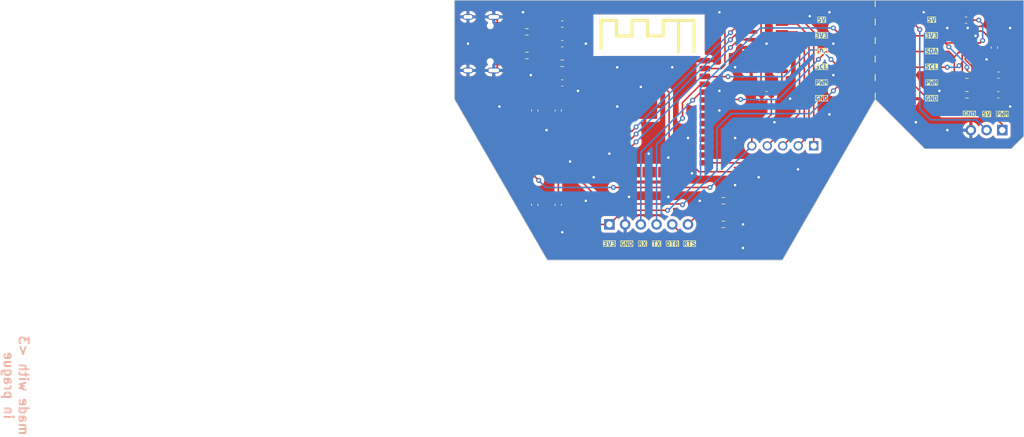
<source format=kicad_pcb>
(kicad_pcb (version 20221018) (generator pcbnew)
  (title_block (title "ISSptr") (date "July 2024") (rev "v1"))
  (layers (0 "F.Cu" signal) (31 "B.Cu" signal) (34 "B.Paste" user) (35 "F.Paste" user) (36 "B.SilkS" user "B.Silkscreen") (37 "F.SilkS" user "F.Silkscreen") (38 "B.Mask" user) (39 "F.Mask" user) (44 "Edge.Cuts" user))
  (net 0 "")
  (net 1 "+5V")
  (net 2 "GND")
  (net 3 "+3.3V")
  (net 4 "Net-(Q1-C)")
  (net 5 "Net-(U3-SETC)")
  (net 6 "Net-(U3-SETP)")
  (net 7 "Net-(U3-C1)")
  (net 8 "Net-(J1-DP1)")
  (net 9 "Net-(J1-DN1)")
  (net 10 "Net-(J1-CC1)")
  (net 13 "Net-(J1-CC2)")
  (net 14 "/ESP32/PROG_RX")
  (net 15 "/ESP32/PROG_TX")
  (net 16 "/ESP32/PROG_DTR")
  (net 17 "/ESP32/PROG_RTS")
  (net 18 "Net-(U4-3C)")
  (net 19 "Net-(U4-4C)")
  (net 20 "Net-(U4-2C)")
  (net 21 "Net-(U4-1C)")
  (net 22 "/ESP32/SERVO")
  (net 23 "/Compass/SDA")
  (net 24 "/Compass/SCL")
  (net 25 "Net-(Q1-B)")
  (net 26 "Net-(Q2-B)")
  (net 27 "Net-(Q2-C)")
  (net 28 "/ESP32/STEPPER_A")
  (net 46 "/ESP32/STEPPER_D")
  (net 47 "/ESP32/STEPPER_C")
  (net 48 "/ESP32/STEPPER_B")
  (footprint "Capacitor_SMD:C_0603_1608Metric" (layer "F.Cu") (at 121.92 76.835)
    (fp_text reference "C6" hide)
    (fp_text value "10uF")
  )
  (footprint "Resistor_SMD:R_0603_1608Metric" (layer "F.Cu") (at 147.955 109.22)
    (fp_text reference "R4" hide)
    (fp_text value "10k")
  )
  (footprint "ESP-WROOM-32:MODULE_ESP-WROOM-32" (layer "F.Cu") (at 135.955 91.015)
    (fp_text reference "U2" hide)
    (fp_text value "ESP-WROOM-32")
  )
  (footprint "Capacitor_SMD:C_0603_1608Metric" (layer "F.Cu") (at 121.92 80.01)
    (fp_text reference "C5" hide)
    (fp_text value "0.1uF")
  )
  (footprint "Custom:SolderPad-6pin" (layer "F.Cu") (at 177.165 82.55)
    (fp_text reference "J6" hide)
    (fp_text value "~" hide)
  )
  (footprint "Package_TO_SOT_SMD:SOT-23" (layer "F.Cu") (at 155.575 104.775)
    (fp_text reference "Q1" hide)
    (fp_text value "BC817")
  )
  (footprint "Custom:SolderPad-6pin" (layer "F.Cu") (at 168.275 82.55)
    (fp_text reference "J5" hide)
    (fp_text value "~" hide)
  )
  (footprint "Package_TO_SOT_SMD:SOT-23" (layer "F.Cu") (at 155.575 110.49)
    (fp_text reference "Q2" hide)
    (fp_text value "BC817")
  )
  (footprint "Capacitor_SMD:C_0603_1608Metric" (layer "F.Cu") (at 121.285 90.805 -90)
    (fp_text reference "C2" hide)
    (fp_text value "100nF")
  )
  (footprint "Capacitor_SMD:C_0603_1608Metric" (layer "F.Cu") (at 117.475 90.805 -90)
    (fp_text reference "C1" hide)
    (fp_text value "10uF")
  )
  (footprint "Connector:JST_B5B-XH-A_LF__SN_" (layer "F.Cu") (at 157.56 95.995)
    (fp_text reference "J3" hide)
    (fp_text value "B5B-XH-A")
  )
  (footprint "Connector_PinHeader_2.54mm:PinHeader_1x06_P2.54mm_Vertical" (layer "F.Cu") (at 129.54 109.22 90)
    (fp_text reference "J2" hide)
    (fp_text value "PROG")
  )
  (footprint "Resistor_SMD:R_0603_1608Metric" (layer "F.Cu") (at 116.205 81.915)
    (fp_text reference "R2" hide)
    (fp_text value "5.1k")
  )
  (footprint "ULN2003AD:SOIC127P600X175-16N" (layer "F.Cu") (at 154.94 80.01)
    (fp_text reference "U4" hide)
    (fp_text value "ULN2003AD")
  )
  (footprint "Resistor_SMD:R_0603_1608Metric" (layer "F.Cu") (at 121.92 83.185)
    (fp_text reference "R3" hide)
    (fp_text value "10k")
  )
  (footprint "Capacitor_SMD:C_0603_1608Metric" (layer "F.Cu") (at 192.405 88.265)
    (fp_text reference "C9" hide)
    (fp_text value "100uF")
  )
  (footprint "Capacitor_SMD:C_0603_1608Metric" (layer "F.Cu") (at 121.92 86.36 180)
    (fp_text reference "C7" hide)
    (fp_text value "10uF")
  )
  (footprint "Capacitor_SMD:C_0603_1608Metric" (layer "F.Cu") (at 117.475 106.045 -90)
    (fp_text reference "C3" hide)
    (fp_text value "100nF")
  )
  (footprint "Capacitor_SMD:C_0603_1608Metric" (layer "F.Cu") (at 187.185 76.2)
    (fp_text reference "C10" hide)
    (fp_text value "0.22uF")
  )
  (footprint "Connector_PinHeader_2.54mm:PinHeader_1x03_P2.54mm_Horizontal" (layer "F.Cu") (at 193.04 93.98 -90)
    (fp_text reference "J4" hide)
    (fp_text value "Servo")
  )
  (footprint "Resistor_SMD:R_0603_1608Metric" (layer "F.Cu") (at 187.325 88.265 180)
    (fp_text reference "R6" hide)
    (fp_text value "4.7k")
  )
  (footprint "Resistor_SMD:R_0603_1608Metric" (layer "F.Cu") (at 147.955 105.41)
    (fp_text reference "R5" hide)
    (fp_text value "10k")
  )
  (footprint "Package_TO_SOT_SMD:SOT-223-3_TabPin2" (layer "F.Cu") (at 118.11 98.425)
    (fp_text reference "U1" hide)
    (fp_text value "AMS1117-3.3")
  )
  (footprint "Capacitor_SMD:C_0603_1608Metric" (layer "F.Cu") (at 191.77 80.645 90)
    (fp_text reference "C11" hide)
    (fp_text value "4.7uF")
  )
  (footprint "Capacitor_SMD:C_0603_1608Metric" (layer "F.Cu") (at 154.94 88.265 180)
    (fp_text reference "C12" hide)
    (fp_text value "100nF")
  )
  (footprint "TYPE-C-31-M-12:HRO_TYPE-C-31-M-12" (layer "F.Cu") (at 106.68 80.01 -90)
    (fp_text reference "J1" hide)
    (fp_text value "TYPE-C-31-M-12")
  )
  (footprint "Capacitor_SMD:C_0603_1608Metric" (layer "F.Cu") (at 192.405 85.09)
    (fp_text reference "C8" hide)
    (fp_text value "10uF")
  )
  (footprint "Resistor_SMD:R_0603_1608Metric" (layer "F.Cu") (at 187.325 85.09 180)
    (fp_text reference "R7" hide)
    (fp_text value "4.7k")
  )
  (footprint "Capacitor_SMD:C_0603_1608Metric" (layer "F.Cu") (at 121.285 106.045 -90)
    (fp_text reference "C4" hide)
    (fp_text value "10uF")
  )
  (footprint "HMC5883L:XDCR_HMC5883L-TR" (layer "F.Cu") (at 187.325 80.645 90)
    (fp_text reference "U3" hide)
    (fp_text value "HMC5883L-TR")
  )
  (footprint "Resistor_SMD:R_0603_1608Metric" (layer "F.Cu") (at 116.205 78.105)
    (fp_text reference "R1" hide)
    (fp_text value "5.1k")
  )
  (gr_line (start 172.5 76) (end 172.5 77) (stroke (width 0.15)) (layer "F.SilkS"))
  (gr_line (start 172.5 82) (end 172.5 83) (stroke (width 0.15)) (layer "F.SilkS"))
  (gr_line (start 172.5 73.15) (end 172.5 74) (stroke (width 0.15)) (layer "F.SilkS"))
  (gr_line (start 172.5 88) (end 172.5 88.85) (stroke (width 0.15)) (layer "F.SilkS"))
  (gr_line (start 172.5 85) (end 172.5 86) (stroke (width 0.15)) (layer "F.SilkS"))
  (gr_line (start 172.5 79) (end 172.5 80) (stroke (width 0.15)) (layer "F.SilkS"))
  (gr_line (start 104.5 73) (end 104.5 89) (stroke (width 0.1)) (layer "Edge.Cuts"))
  (gr_line (start 172.5 89) (end 157.5 115) (stroke (width 0.1)) (layer "Edge.Cuts"))
  (gr_line (start 196.5 95) (end 194.5 97) (stroke (width 0.1)) (layer "Edge.Cuts"))
  (gr_line (start 104.5 73) (end 172.5 73) (stroke (width 0.1)) (layer "Edge.Cuts"))
  (gr_line (start 172.5 89) (end 180.5 97) (stroke (width 0.1)) (layer "Edge.Cuts"))
  (gr_line (start 172.5 73) (end 196.5 73) (stroke (width 0.1)) (layer "Edge.Cuts"))
  (gr_line (start 119.5 115) (end 157.5 115) (stroke (width 0.1)) (layer "Edge.Cuts"))
  (gr_line (start 196.5 73) (end 196.5 95) (stroke (width 0.1)) (layer "Edge.Cuts"))
  (gr_line (start 180.5 97) (end 194.5 97) (stroke (width 0.1)) (layer "Edge.Cuts"))
  (gr_line (start 104.5 89) (end 119.5 115) (stroke (width 0.1)) (layer "Edge.Cuts"))
  (gr_text "made with <3\nin prague" (at 33.655 135.255 270) (layer "B.SilkS") (effects (font (size 1.5 1.5) (thickness 0.3) bold) (justify mirror)))
  (gr_text "DTR" (at 139.7 112.395) (layer "F.SilkS" knockout) (effects (font (size 0.8 0.8) (thickness 0.16) bold)))
  (gr_text "5V" (at 181.61 76.2) (layer "F.SilkS" knockout) (effects (font (size 0.8 0.8) (thickness 0.16) bold)))
  (gr_text "PWM" (at 193.04 91.44) (layer "F.SilkS" knockout) (effects (font (size 0.8 0.8) (thickness 0.16) bold)))
  (gr_text "5V" (at 163.83 76.2) (layer "F.SilkS" knockout) (effects (font (size 0.8 0.8) (thickness 0.16) bold)))
  (gr_text "PWM" (at 163.83 86.36) (layer "F.SilkS" knockout) (effects (font (size 0.8 0.8) (thickness 0.16) bold)))
  (gr_text "3V3" (at 181.61 78.74) (layer "F.SilkS" knockout) (effects (font (size 0.8 0.8) (thickness 0.16) bold)))
  (gr_text "PWM" (at 181.61 86.36) (layer "F.SilkS" knockout) (effects (font (size 0.8 0.8) (thickness 0.16) bold)))
  (gr_text "GND" (at 163.83 88.9) (layer "F.SilkS" knockout) (effects (font (size 0.8 0.8) (thickness 0.16) bold)))
  (gr_text "RTS" (at 142.494 112.395) (layer "F.SilkS" knockout) (effects (font (size 0.8 0.8) (thickness 0.16) bold)))
  (gr_text "GND" (at 132.334 112.395) (layer "F.SilkS" knockout) (effects (font (size 0.8 0.8) (thickness 0.16) bold)))
  (gr_text "SCL" (at 163.83 83.82) (layer "F.SilkS" knockout) (effects (font (size 0.8 0.8) (thickness 0.16) bold)))
  (gr_text "SDA" (at 181.61 81.28) (layer "F.SilkS" knockout) (effects (font (size 0.8 0.8) (thickness 0.16) bold)))
  (gr_text "SCL" (at 181.61 83.82) (layer "F.SilkS" knockout) (effects (font (size 0.8 0.8) (thickness 0.16) bold)))
  (gr_text "SDA" (at 163.83 81.28) (layer "F.SilkS" knockout) (effects (font (size 0.8 0.8) (thickness 0.16) bold)))
  (gr_text "GND" (at 187.706 91.44) (layer "F.SilkS" knockout) (effects (font (size 0.8 0.8) (thickness 0.16) bold)))
  (gr_text "3V3" (at 129.54 112.395) (layer "F.SilkS" knockout) (effects (font (size 0.8 0.8) (thickness 0.16) bold)))
  (gr_text "RX" (at 134.874 112.395) (layer "F.SilkS" knockout) (effects (font (size 0.8 0.8) (thickness 0.16) bold)))
  (gr_text "3V3" (at 163.83 78.74) (layer "F.SilkS" knockout) (effects (font (size 0.8 0.8) (thickness 0.16) bold)))
  (gr_text "TX" (at 137.16 112.395) (layer "F.SilkS" knockout) (effects (font (size 0.8 0.8) (thickness 0.16) bold)))
  (gr_text "5V" (at 190.5 91.44) (layer "F.SilkS" knockout) (effects (font (size 0.8 0.8) (thickness 0.16) bold)))
  (gr_text "GND" (at 181.61 88.9) (layer "F.SilkS" knockout) (effects (font (size 0.8 0.8) (thickness 0.16) bold)))
  (segment (start 109.474 78.994) (end 110.858 77.61) (width 0.25) (layer "F.Cu") (net 1))
  (segment (start 155.051 74.5) (end 154.051 75.5) (width 0.25) (layer "F.Cu") (net 1))
  (segment (start 165.1 76.2) (end 163.4 74.5) (width 0.25) (layer "F.Cu") (net 1))
  (segment (start 152.56 94.582) (end 155.715 91.427) (width 0.25) (layer "F.Cu") (net 1))
  (segment (start 111.43 82.41) (end 110.858 82.41) (width 0.25) (layer "F.Cu") (net 1))
  (segment (start 155.715 88.265) (end 157.415 86.565) (width 0.25) (layer "F.Cu") (net 1))
  (segment (start 121.285 90.03) (end 117.475 90.03) (width 0.25) (layer "F.Cu") (net 1))
  (segment (start 112.903 94.602) (end 117.475 90.03) (width 0.25) (layer "F.Cu") (net 1))
  (segment (start 157.415 86.565) (end 157.415 84.455) (width 0.25) (layer "F.Cu") (net 1))
  (segment (start 109.474 81.026) (end 109.474 78.994) (width 0.25) (layer "F.Cu") (net 1))
  (segment (start 112.903 99.441) (end 112.903 94.602) (width 0.25) (layer "F.Cu") (net 1))
  (segment (start 110.858 82.41) (end 109.474 81.026) (width 0.25) (layer "F.Cu") (net 1))
  (segment (start 152.56 96.52) (end 152.56 94.582) (width 0.25) (layer "F.Cu") (net 1))
  (segment (start 154.051 86.601) (end 155.715 88.265) (width 0.25) (layer "F.Cu") (net 1))
  (segment (start 114.96 100.725) (end 114.187 100.725) (width 0.25) (layer "F.Cu") (net 1))
  (segment (start 113.608 86.163) (end 117.475 90.03) (width 0.25) (layer "F.Cu") (net 1))
  (segment (start 116.727 100.725) (end 114.96 100.725) (width 0.25) (layer "F.Cu") (net 1))
  (segment (start 110.858 77.61) (end 111.43 77.61) (width 0.25) (layer "F.Cu") (net 1))
  (segment (start 178.181 76.2) (end 177.165 76.2) (width 0.25) (layer "F.Cu") (net 1))
  (segment (start 163.4 74.5) (end 155.051 74.5) (width 0.25) (layer "F.Cu") (net 1))
  (segment (start 168.275 76.2) (end 177.165 76.2) (width 0.25) (layer "F.Cu") (net 1))
  (segment (start 108.585 84.963) (end 109.785 86.163) (width 0.25) (layer "F.Cu") (net 1))
  (segment (start 154.051 75.5) (end 154.051 86.601) (width 0.25) (layer "F.Cu") (net 1))
  (segment (start 108.585 79.883) (end 108.585 84.963) (width 0.25) (layer "F.Cu") (net 1))
  (segment (start 155.715 91.427) (end 155.715 88.265) (width 0.25) (layer "F.Cu") (net 1))
  (segment (start 179.705 77.724) (end 178.181 76.2) (width 0.25) (layer "F.Cu") (net 1))
  (segment (start 114.187 100.725) (end 112.903 99.441) (width 0.25) (layer "F.Cu") (net 1))
  (segment (start 109.474 78.994) (end 108.585 79.883) (width 0.25) (layer "F.Cu") (net 1))
  (segment (start 109.785 86.163) (end 113.608 86.163) (width 0.25) (layer "F.Cu") (net 1))
  (segment (start 118.11 102.108) (end 116.727 100.725) (width 0.25) (layer "F.Cu") (net 1))
  (segment (start 145.796 103.251) (end 130.175 103.251) (width 0.25) (layer "F.Cu") (net 1))
  (segment (start 168.275 76.2) (end 165.1 76.2) (width 0.25) (layer "F.Cu") (net 1))
  (via (at 179.705 77.724) (size 0.8) (drill 0.4) (layers "F.Cu" "B.Cu") (net 1))
  (via (at 145.796 103.251) (size 0.8) (drill 0.4) (layers "F.Cu" "B.Cu") (net 1))
  (via (at 130.175 103.251) (size 0.8) (drill 0.4) (layers "F.Cu" "B.Cu") (net 1))
  (via (at 118.11 102.108) (size 0.8) (drill 0.4) (layers "F.Cu" "B.Cu") (net 1))
  (segment (start 184.785 92.329) (end 181.483 92.329) (width 0.25) (layer "B.Cu") (net 1))
  (segment (start 119.253 103.251) (end 118.11 102.108) (width 0.25) (layer "B.Cu") (net 1))
  (segment (start 179.705 90.551) (end 179.705 77.724) (width 0.25) (layer "B.Cu") (net 1))
  (segment (start 152.56 96.52) (end 145.829 103.251) (width 0.25) (layer "B.Cu") (net 1))
  (segment (start 145.829 103.251) (end 145.796 103.251) (width 0.25) (layer "B.Cu") (net 1))
  (segment (start 188.849 92.329) (end 184.785 92.329) (width 0.25) (layer "B.Cu") (net 1))
  (segment (start 181.483 92.329) (end 179.705 90.551) (width 0.25) (layer "B.Cu") (net 1))
  (segment (start 190.5 93.98) (end 188.849 92.329) (width 0.25) (layer "B.Cu") (net 1))
  (segment (start 130.175 103.251) (end 119.253 103.251) (width 0.25) (layer "B.Cu") (net 1))
  (segment (start 111.43 83.755) (end 110.85 84.335) (width 0.25) (layer "F.Cu") (net 2))
  (segment (start 187.075 77.847) (end 187.452 77.47) (width 0.25) (layer "F.Cu") (net 2))
  (segment (start 111.43 76.81) (end 111.43 76.265) (width 0.25) (layer "F.Cu") (net 2))
  (segment (start 188.092 79.37) (end 188.722 78.74) (width 0.25) (layer "F.Cu") (net 2))
  (segment (start 111.43 76.265) (end 110.85 75.685) (width 0.25) (layer "F.Cu") (net 2))
  (segment (start 187.075 79.37) (end 187.075 77.847) (width 0.25) (layer "F.Cu") (net 2))
  (segment (start 111.43 83.21) (end 111.43 83.755) (width 0.25) (layer "F.Cu") (net 2))
  (segment (start 188.075 79.37) (end 188.092 79.37) (width 0.25) (layer "F.Cu") (net 2))
  (via (at 149.86 95.25) (size 0.8) (drill 0.4) (layers "F.Cu" "B.Cu") (net 2))
  (via (at 130.81 83.82) (size 0.8) (drill 0.4) (layers "F.Cu" "B.Cu") (net 2))
  (via (at 184.15 77.47) (size 0.8) (drill 0.4) (layers "F.Cu" "B.Cu") (net 2))
  (via (at 179.07 92.71) (size 0.8) (drill 0.4) (layers "F.Cu" "B.Cu") (net 2))
  (via (at 144.145 105.41) (size 0.8) (drill 0.4) (layers "F.Cu" "B.Cu") (net 2))
  (via (at 161.925 75.565) (size 0.8) (drill 0.4) (layers "F.Cu" "B.Cu") (net 2))
  (via (at 165.1 74.93) (size 0.8) (drill 0.4) (layers "F.Cu" "B.Cu") (net 2))
  (via (at 142.875 100.965) (size 0.8) (drill 0.4) (layers "F.Cu" "B.Cu") (net 2))
  (via (at 149.86 83.82) (size 0.8) (drill 0.4) (layers "F.Cu" "B.Cu") (net 2))
  (via (at 165.735 85.09) (size 0.8) (drill 0.4) (layers "F.Cu" "B.Cu") (net 2))
  (via (at 147.32 90.805) (size 0.8) (drill 0.4) (layers "F.Cu" "B.Cu") (net 2))
  (via (at 125.73 80.01) (size 0.8) (drill 0.4) (layers "F.Cu" "B.Cu") (net 2))
  (via (at 188.722 78.74) (size 0.8) (drill 0.4) (layers "F.Cu" "B.Cu") (net 2))
  (via (at 132.715 104.775) (size 0.8) (drill 0.4) (layers "F.Cu" "B.Cu") (net 2))
  (via (at 180.34 74.93) (size 0.8) (drill 0.4) (layers "F.Cu" "B.Cu") (net 2))
  (via (at 194.31 90.17) (size 0.8) (drill 0.4) (layers "F.Cu" "B.Cu") (net 2))
  (via (at 149.86 102.87) (size 0.8) (drill 0.4) (layers "F.Cu" "B.Cu") (net 2))
  (via (at 165.735 80.01) (size 0.8) (drill 0.4) (layers "F.Cu" "B.Cu") (net 2))
  (via (at 151.13 113.03) (size 0.8) (drill 0.4) (layers "F.Cu" "B.Cu") (net 2))
  (via (at 165.1 91.44) (size 0.8) (drill 0.4) (layers "F.Cu" "B.Cu") (net 2))
  (via (at 119.38 93.98) (size 0.8) (drill 0.4) (layers "F.Cu" "B.Cu") (net 2))
  (via (at 123.19 99.06) (size 0.8) (drill 0.4) (layers "F.Cu" "B.Cu") (net 2))
  (via (at 125.73 105.41) (size 0.8) (drill 0.4) (layers "F.Cu" "B.Cu") (net 2))
  (via (at 134.62 86.995) (size 0.8) (drill 0.4) (layers "F.Cu" "B.Cu") (net 2))
  (via (at 129.54 97.79) (size 0.8) (drill 0.4) (layers "F.Cu" "B.Cu") (net 2))
  (via (at 190.5 82.55) (size 0.8) (drill 0.4) (layers "F.Cu" "B.Cu") (net 2))
  (via (at 160.02 100.33) (size 0.8) (drill 0.4) (layers "F.Cu" "B.Cu") (net 2))
  (via (at 135.89 97.79) (size 0.8) (drill 0.4) (layers "F.Cu" "B.Cu") (net 2))
  (via (at 139.065 104.775) (size 0.8) (drill 0.4) (layers "F.Cu" "B.Cu") (net 2))
  (via (at 156.21 92.71) (size 0.8) (drill 0.4) (layers "F.Cu" "B.Cu") (net 2))
  (via (at 187.452 77.47) (size 0.8) (drill 0.4) (layers "F.Cu" "B.Cu") (net 2))
  (via (at 139.7 83.82) (size 0.8) (drill 0.4) (layers "F.Cu" "B.Cu") (net 2))
  (via (at 130.81 90.17) (size 0.8) (drill 0.4) (layers "F.Cu" "B.Cu") (net 2))
  (via (at 139.065 98.425) (size 0.8) (drill 0.4) (layers "F.Cu" "B.Cu") (net 2))
  (via (at 184.15 93.98) (size 0.8) (drill 0.4) (layers "F.Cu" "B.Cu") (net 2))
  (via (at 116.84 85.09) (size 0.8) (drill 0.4) (layers "F.Cu" "B.Cu") (net 2))
  (via (at 111.76 90.17) (size 0.8) (drill 0.4) (layers "F.Cu" "B.Cu") (net 2))
  (via (at 127 101.6) (size 0.8) (drill 0.4) (layers "F.Cu" "B.Cu") (net 2))
  (via (at 115.57 74.93) (size 0.8) (drill 0.4) (layers "F.Cu" "B.Cu") (net 2))
  (via (at 124.46 87.63) (size 0.8) (drill 0.4) (layers "F.Cu" "B.Cu") (net 2))
  (via (at 147.32 87.63) (size 0.8) (drill 0.4) (layers "F.Cu" "B.Cu") (net 2))
  (via (at 147.32 74.93) (size 0.8) (drill 0.4) (layers "F.Cu" "B.Cu") (net 2))
  (via (at 182.88 87.63) (size 0.8) (drill 0.4) (layers "F.Cu" "B.Cu") (net 2))
  (via (at 158.75 88.9) (size 0.8) (drill 0.4) (layers "F.Cu" "B.Cu") (net 2))
  (via (at 151.13 109.22) (size 0.8) (drill 0.4) (layers "F.Cu" "B.Cu") (net 2))
  (via (at 154.94 80.01) (size 0.8) (drill 0.4) (layers "F.Cu" "B.Cu") (net 2))
  (via (at 121.92 110.49) (size 0.8) (drill 0.4) (layers "F.Cu" "B.Cu") (net 2))
  (via (at 106.68 80.01) (size 0.8) (drill 0.4) (layers "F.Cu" "B.Cu") (net 2))
  (via (at 142.24 95.25) (size 0.8) (drill 0.4) (layers "F.Cu" "B.Cu") (net 2))
  (via (at 194.31 77.47) (size 0.8) (drill 0.4) (layers "F.Cu" "B.Cu") (net 2))
  (via (at 153.67 101.6) (size 0.8) (drill 0.4) (layers "F.Cu" "B.Cu") (net 2))
  (segment (start 126.955 84.03) (end 125.165 84.03) (width 0.25) (layer "F.Cu") (net 3))
  (segment (start 114.96 98.425) (end 121.26 98.425) (width 0.25) (layer "F.Cu") (net 3))
  (segment (start 138.938 106.934) (end 131.826 106.934) (width 0.25) (layer "F.Cu") (net 3))
  (segment (start 167.005 78.74) (end 165.735 77.47) (width 0.25) (layer "F.Cu") (net 3))
  (segment (start 119.507 87.376) (end 120.65 88.519) (width 0.25) (layer "F.Cu") (net 3))
  (segment (start 117.475 105.27) (end 121.285 105.27) (width 0.25) (layer "F.Cu") (net 3))
  (segment (start 188.15 83.693) (end 188.15 81.995) (width 0.25) (layer "F.Cu") (net 3))
  (segment (start 120.65 88.519) (end 122.428 88.519) (width 0.25) (layer "F.Cu") (net 3))
  (segment (start 123.444 89.535) (end 123.444 96.241) (width 0.25) (layer "F.Cu") (net 3))
  (segment (start 121.095 83.185) (end 119.507 84.773) (width 0.25) (layer "F.Cu") (net 3))
  (segment (start 186.05 79.895) (end 183.781 79.895) (width 0.25) (layer "F.Cu") (net 3))
  (segment (start 187.075 82.618) (end 188.15 83.693) (width 0.25) (layer "F.Cu") (net 3))
  (segment (start 122.428 88.519) (end 123.444 89.535) (width 0.25) (layer "F.Cu") (net 3))
  (segment (start 187.075 81.92) (end 187.075 82.618) (width 0.25) (layer "F.Cu") (net 3))
  (segment (start 121.145 80.01) (end 121.145 83.135) (width 0.25) (layer "F.Cu") (net 3))
  (segment (start 183.781 79.895) (end 182.626 78.74) (width 0.25) (layer "F.Cu") (net 3))
  (segment (start 177.165 78.74) (end 168.275 78.74) (width 0.25) (layer "F.Cu") (net 3))
  (segment (start 183.781 79.895) (end 184.404 80.518) (width 0.25) (layer "F.Cu") (net 3))
  (segment (start 125.165 84.03) (end 121.145 80.01) (width 0.25) (layer "F.Cu") (net 3))
  (segment (start 188.15 81.995) (end 188.075 81.92) (width 0.25) (layer "F.Cu") (net 3))
  (segment (start 187.325 84.265) (end 188.15 85.09) (width 0.25) (layer "F.Cu") (net 3))
  (segment (start 125.235 109.22) (end 121.285 105.27) (width 0.25) (layer "F.Cu") (net 3))
  (segment (start 187.325 83.82) (end 187.325 84.265) (width 0.25) (layer "F.Cu") (net 3))
  (segment (start 189.547 85.09) (end 188.15 83.693) (width 0.25) (layer "F.Cu") (net 3))
  (segment (start 191.63 85.09) (end 189.547 85.09) (width 0.25) (layer "F.Cu") (net 3))
  (segment (start 121.285 105.27) (end 121.285 98.45) (width 0.25) (layer "F.Cu") (net 3))
  (segment (start 121.285 98.45) (end 121.26 98.425) (width 0.25) (layer "F.Cu") (net 3))
  (segment (start 131.826 106.934) (end 129.54 109.22) (width 0.25) (layer "F.Cu") (net 3))
  (segment (start 191.63 85.09) (end 191.63 88.265) (width 0.25) (layer "F.Cu") (net 3))
  (segment (start 182.626 78.74) (end 177.165 78.74) (width 0.25) (layer "F.Cu") (net 3))
  (segment (start 129.54 109.22) (end 125.235 109.22) (width 0.25) (layer "F.Cu") (net 3))
  (segment (start 188.15 85.09) (end 188.15 83.693) (width 0.25) (layer "F.Cu") (net 3))
  (segment (start 188.15 85.09) (end 188.15 88.265) (width 0.25) (layer "F.Cu") (net 3))
  (segment (start 168.275 78.74) (end 167.005 78.74) (width 0.25) (layer "F.Cu") (net 3))
  (segment (start 123.444 96.241) (end 121.26 98.425) (width 0.25) (layer "F.Cu") (net 3))
  (segment (start 121.145 83.135) (end 121.095 83.185) (width 0.25) (layer "F.Cu") (net 3))
  (segment (start 121.145 76.835) (end 121.145 80.01) (width 0.25) (layer "F.Cu") (net 3))
  (segment (start 119.507 84.773) (end 119.507 87.376) (width 0.25) (layer "F.Cu") (net 3))
  (via (at 165.735 77.47) (size 0.8) (drill 0.4) (layers "F.Cu" "B.Cu") (net 3))
  (via (at 184.404 80.518) (size 0.8) (drill 0.4) (layers "F.Cu" "B.Cu") (net 3))
  (via (at 138.938 106.934) (size 0.8) (drill 0.4) (layers "F.Cu" "B.Cu") (net 3))
  (via (at 187.325 83.82) (size 0.8) (drill 0.4) (layers "F.Cu" "B.Cu") (net 3))
  (segment (start 144.272 92.075) (end 144.272 101.727) (width 0.25) (layer "B.Cu") (net 3))
  (segment (start 184.404 80.518) (end 187.325 83.439) (width 0.25) (layer "B.Cu") (net 3))
  (segment (start 147.32 84.074) (end 144.272 87.122) (width 0.25) (layer "B.Cu") (net 3))
  (segment (start 153.924 77.47) (end 147.32 84.074) (width 0.25) (layer "B.Cu") (net 3))
  (segment (start 165.735 77.47) (end 153.924 77.47) (width 0.25) (layer "B.Cu") (net 3))
  (segment (start 139.065 106.934) (end 138.938 106.934) (width 0.25) (layer "B.Cu") (net 3))
  (segment (start 187.325 83.439) (end 187.325 83.82) (width 0.25) (layer "B.Cu") (net 3))
  (segment (start 144.272 101.727) (end 139.065 106.934) (width 0.25) (layer "B.Cu") (net 3))
  (segment (start 144.272 87.122) (end 144.272 92.075) (width 0.25) (layer "B.Cu") (net 3))
  (segment (start 122.745 83.185) (end 122.745 86.31) (width 0.25) (layer "F.Cu") (net 4))
  (segment (start 124.86 85.3) (end 122.745 83.185) (width 0.25) (layer "F.Cu") (net 4))
  (segment (start 126.955 85.3) (end 124.86 85.3) (width 0.25) (layer "F.Cu") (net 4))
  (segment (start 153.543 104.775) (end 149.479 100.711) (width 0.25) (layer "F.Cu") (net 4))
  (segment (start 136.608 85.3) (end 126.955 85.3) (width 0.25) (layer "F.Cu") (net 4))
  (segment (start 122.745 86.31) (end 122.695 86.36) (width 0.25) (layer "F.Cu") (net 4))
  (segment (start 139.192 95.885) (end 139.192 87.884) (width 0.25) (layer "F.Cu") (net 4))
  (segment (start 139.192 87.884) (end 136.608 85.3) (width 0.25) (layer "F.Cu") (net 4))
  (segment (start 144.018 100.711) (end 139.192 95.885) (width 0.25) (layer "F.Cu") (net 4))
  (segment (start 156.5125 104.775) (end 153.543 104.775) (width 0.25) (layer "F.Cu") (net 4))
  (segment (start 149.479 100.711) (end 144.018 100.711) (width 0.25) (layer "F.Cu") (net 4))
  (segment (start 186.575 79.37) (end 186.41 79.205) (width 0.25) (layer "F.Cu") (net 5))
  (segment (start 186.41 79.205) (end 186.41 76.2) (width 0.25) (layer "F.Cu") (net 5))
  (segment (start 188.6 79.895) (end 189.472 79.895) (width 0.25) (layer "F.Cu") (net 6))
  (segment (start 189.23 76.2) (end 187.96 76.2) (width 0.25) (layer "F.Cu") (net 6))
  (segment (start 189.472 79.895) (end 189.865 79.502) (width 0.25) (layer "F.Cu") (net 6))
  (via (at 189.865 79.502) (size 0.8) (drill 0.4) (layers "F.Cu" "B.Cu") (net 6))
  (via (at 189.23 76.2) (size 0.8) (drill 0.4) (layers "F.Cu" "B.Cu") (net 6))
  (segment (start 189.865 76.835) (end 189.23 76.2) (width 0.25) (layer "B.Cu") (net 6))
  (segment (start 189.865 79.502) (end 189.865 76.835) (width 0.25) (layer "B.Cu") (net 6))
  (segment (start 187.579 78.613) (end 187.579 79.366) (width 0.25) (layer "F.Cu") (net 7))
  (segment (start 187.579 79.366) (end 187.575 79.37) (width 0.25) (layer "F.Cu") (net 7))
  (segment (start 191.77 79.87) (end 189.878 77.978) (width 0.25) (layer "F.Cu") (net 7))
  (segment (start 189.878 77.978) (end 188.214 77.978) (width 0.25) (layer "F.Cu") (net 7))
  (segment (start 188.214 77.978) (end 187.579 78.613) (width 0.25) (layer "F.Cu") (net 7))
  (segment (start 111.43 79.76) (end 110.359 79.76) (width 0.25) (layer "F.Cu") (net 8))
  (segment (start 110.359 79.76) (end 110.109 80.01) (width 0.25) (layer "F.Cu") (net 8))
  (segment (start 110.109 80.518) (end 110.351 80.76) (width 0.25) (layer "F.Cu") (net 8))
  (segment (start 110.351 80.76) (end 111.43 80.76) (width 0.25) (layer "F.Cu") (net 8))
  (segment (start 110.109 80.01) (end 110.109 80.518) (width 0.25) (layer "F.Cu") (net 8))
  (segment (start 112.776 80.01) (end 112.776 79.502) (width 0.25) (layer "F.Cu") (net 9))
  (segment (start 112.526 80.26) (end 112.776 80.01) (width 0.25) (layer "F.Cu") (net 9))
  (segment (start 111.43 80.26) (end 112.526 80.26) (width 0.25) (layer "F.Cu") (net 9))
  (segment (start 112.776 79.502) (end 112.534 79.26) (width 0.25) (layer "F.Cu") (net 9))
  (segment (start 112.534 79.26) (end 111.43 79.26) (width 0.25) (layer "F.Cu") (net 9))
  (segment (start 111.43 78.76) (end 114.725 78.76) (width 0.25) (layer "F.Cu") (net 10))
  (segment (start 114.725 78.76) (end 115.38 78.105) (width 0.25) (layer "F.Cu") (net 10))
  (segment (start 115.225 81.76) (end 115.38 81.915) (width 0.25) (layer "F.Cu") (net 13))
  (segment (start 111.43 81.76) (end 115.225 81.76) (width 0.25) (layer "F.Cu") (net 13))
  (segment (start 144.316 87.84) (end 144.955 87.84) (width 0.25) (layer "F.Cu") (net 14))
  (segment (start 143.002 89.154) (end 144.316 87.84) (width 0.25) (layer "F.Cu") (net 14))
  (via (at 143.002 89.154) (size 0.8) (drill 0.4) (layers "F.Cu" "B.Cu") (net 14))
  (segment (start 134.62 97.536) (end 143.002 89.154) (width 0.25) (layer "B.Cu") (net 14))
  (segment (start 134.62 109.22) (end 134.62 97.536) (width 0.25) (layer "B.Cu") (net 14))
  (segment (start 141.351 89.535) (end 144.316 86.57) (width 0.25) (layer "F.Cu") (net 15))
  (segment (start 144.316 86.57) (end 144.955 86.57) (width 0.25) (layer "F.Cu") (net 15))
  (segment (start 141.351 92.075) (end 141.351 89.535) (width 0.25) (layer "F.Cu") (net 15))
  (via (at 141.351 92.075) (size 0.8) (drill 0.4) (layers "F.Cu" "B.Cu") (net 15))
  (segment (start 137.16 96.266) (end 141.351 92.075) (width 0.25) (layer "B.Cu") (net 15))
  (segment (start 137.16 109.22) (end 137.16 96.266) (width 0.25) (layer "B.Cu") (net 15))
  (segment (start 154.1955 110.998) (end 154.6375 111.44) (width 0.25) (layer "F.Cu") (net 16))
  (segment (start 145.352 110.998) (end 154.1955 110.998) (width 0.25) (layer "F.Cu") (net 16))
  (segment (start 145.352 110.998) (end 147.13 109.22) (width 0.25) (layer "F.Cu") (net 16))
  (segment (start 139.7 109.22) (end 141.478 110.998) (width 0.25) (layer "F.Cu") (net 16))
  (segment (start 141.478 110.998) (end 145.352 110.998) (width 0.25) (layer "F.Cu") (net 16))
  (segment (start 153.477 105.725) (end 151.511 103.759) (width 0.25) (layer "F.Cu") (net 17))
  (segment (start 151.511 103.759) (end 147.701 103.759) (width 0.25) (layer "F.Cu") (net 17))
  (segment (start 146.05 105.41) (end 147.701 103.759) (width 0.25) (layer "F.Cu") (net 17))
  (segment (start 142.24 109.22) (end 146.05 105.41) (width 0.25) (layer "F.Cu") (net 17))
  (segment (start 146.05 105.41) (end 147.13 105.41) (width 0.25) (layer "F.Cu") (net 17))
  (segment (start 154.6375 105.725) (end 153.477 105.725) (width 0.25) (layer "F.Cu") (net 17))
  (segment (start 161.036 79.248) (end 159.893 78.105) (width 0.25) (layer "F.Cu") (net 18))
  (segment (start 157.56 96.52) (end 161.036 93.044) (width 0.25) (layer "F.Cu") (net 18))
  (segment (start 161.036 93.044) (end 161.036 79.248) (width 0.25) (layer "F.Cu") (net 18))
  (segment (start 159.893 78.105) (end 157.415 78.105) (width 0.25) (layer "F.Cu") (net 18))
  (segment (start 155.06 96.52) (end 160.274 91.306) (width 0.25) (layer "F.Cu") (net 19))
  (segment (start 160.274 91.306) (end 160.274 79.756) (width 0.25) (layer "F.Cu") (net 19))
  (segment (start 160.274 79.756) (end 159.893 79.375) (width 0.25) (layer "F.Cu") (net 19))
  (segment (start 159.893 79.375) (end 157.415 79.375) (width 0.25) (layer "F.Cu") (net 19))
  (segment (start 161.798 78.74) (end 159.893 76.835) (width 0.25) (layer "F.Cu") (net 20))
  (segment (start 159.893 76.835) (end 157.415 76.835) (width 0.25) (layer "F.Cu") (net 20))
  (segment (start 160.06 96.52) (end 161.798 94.782) (width 0.25) (layer "F.Cu") (net 20))
  (segment (start 161.798 94.782) (end 161.798 78.74) (width 0.25) (layer "F.Cu") (net 20))
  (segment (start 160.02 75.565) (end 157.415 75.565) (width 0.25) (layer "F.Cu") (net 21))
  (segment (start 162.56 78.105) (end 160.02 75.565) (width 0.25) (layer "F.Cu") (net 21))
  (segment (start 162.56 96.52) (end 162.56 78.105) (width 0.25) (layer "F.Cu") (net 21))
  (segment (start 193.04 93.091) (end 191.262 91.313) (width 0.25) (layer "F.Cu") (net 22))
  (segment (start 125.647 91.65) (end 126.955 91.65) (width 0.25) (layer "F.Cu") (net 22))
  (segment (start 168.275 86.36) (end 177.165 86.36) (width 0.25) (layer "F.Cu") (net 22))
  (segment (start 124.46 101.727) (end 124.46 92.837) (width 0.25) (layer "F.Cu") (net 22))
  (segment (start 167.005 86.36) (end 165.735 87.63) (width 0.25) (layer "F.Cu") (net 22))
  (segment (start 141.224 105.918) (end 141.351 106.045) (width 0.25) (layer "F.Cu") (net 22))
  (segment (start 124.46 92.837) (end 125.647 91.65) (width 0.25) (layer "F.Cu") (net 22))
  (segment (start 128.651 105.918) (end 141.224 105.918) (width 0.25) (layer "F.Cu") (net 22))
  (segment (start 168.275 86.36) (end 167.005 86.36) (width 0.25) (layer "F.Cu") (net 22))
  (segment (start 178.435 86.36) (end 177.165 86.36) (width 0.25) (layer "F.Cu") (net 22))
  (segment (start 183.388 91.313) (end 178.435 86.36) (width 0.25) (layer "F.Cu") (net 22))
  (segment (start 191.262 91.313) (end 183.388 91.313) (width 0.25) (layer "F.Cu") (net 22))
  (segment (start 193.04 93.98) (end 193.04 93.091) (width 0.25) (layer "F.Cu") (net 22))
  (segment (start 128.651 105.918) (end 124.46 101.727) (width 0.25) (layer "F.Cu") (net 22))
  (via (at 165.735 87.63) (size 0.8) (drill 0.4) (layers "F.Cu" "B.Cu") (net 22))
  (via (at 141.351 106.045) (size 0.8) (drill 0.4) (layers "F.Cu" "B.Cu") (net 22))
  (segment (start 141.351 106.045) (end 146.939 100.457) (width 0.25) (layer "B.Cu") (net 22))
  (segment (start 149.225 91.313) (end 162.052 91.313) (width 0.25) (layer "B.Cu") (net 22))
  (segment (start 146.939 93.599) (end 149.225 91.313) (width 0.25) (layer "B.Cu") (net 22))
  (segment (start 162.052 91.313) (end 165.735 87.63) (width 0.25) (layer "B.Cu") (net 22))
  (segment (start 146.939 100.457) (end 146.939 93.599) (width 0.25) (layer "B.Cu") (net 22))
  (segment (start 185.293 87.058) (end 186.5 88.265) (width 0.25) (layer "F.Cu") (net 23))
  (segment (start 164.592 81.28) (end 163.322 82.55) (width 0.25) (layer "F.Cu") (net 23))
  (segment (start 185.293 82.152) (end 184.421 81.28) (width 0.25) (layer "F.Cu") (net 23))
  (segment (start 186.05 81.395) (end 185.293 82.152) (width 0.25) (layer "F.Cu") (net 23))
  (segment (start 168.275 81.28) (end 177.165 81.28) (width 0.25) (layer "F.Cu") (net 23))
  (segment (start 145.038 89.027) (end 144.955 89.11) (width 0.25) (layer "F.Cu") (net 23))
  (segment (start 184.421 81.28) (end 177.165 81.28) (width 0.25) (layer "F.Cu") (net 23))
  (segment (start 185.293 82.152) (end 185.293 87.058) (width 0.25) (layer "F.Cu") (net 23))
  (segment (start 150.749 89.027) (end 145.038 89.027) (width 0.25) (layer "F.Cu") (net 23))
  (segment (start 168.275 81.28) (end 164.592 81.28) (width 0.25) (layer "F.Cu") (net 23))
  (via (at 163.322 82.55) (size 0.8) (drill 0.4) (layers "F.Cu" "B.Cu") (net 23))
  (via (at 150.749 89.027) (size 0.8) (drill 0.4) (layers "F.Cu" "B.Cu") (net 23))
  (segment (start 163.322 82.55) (end 156.845 89.027) (width 0.25) (layer "B.Cu") (net 23))
  (segment (start 156.845 89.027) (end 150.749 89.027) (width 0.25) (layer "B.Cu") (net 23))
  (segment (start 148.717 85.344) (end 144.999 85.344) (width 0.25) (layer "F.Cu") (net 24))
  (segment (start 186.575 83.058) (end 186.563 83.058) (width 0.25) (layer "F.Cu") (net 24))
  (segment (start 186.563 83.058) (end 186.055 83.566) (width 0.25) (layer "F.Cu") (net 24))
  (segment (start 144.999 85.344) (end 144.955 85.3) (width 0.25) (layer "F.Cu") (net 24))
  (segment (start 186.575 83.058) (end 186.575 85.015) (width 0.25) (layer "F.Cu") (net 24))
  (segment (start 177.165 83.82) (end 168.275 83.82) (width 0.25) (layer "F.Cu") (net 24))
  (segment (start 177.165 83.82) (end 184.15 83.82) (width 0.25) (layer "F.Cu") (net 24))
  (segment (start 186.575 85.015) (end 186.5 85.09) (width 0.25) (layer "F.Cu") (net 24))
  (segment (start 186.575 81.92) (end 186.575 83.058) (width 0.25) (layer "F.Cu") (net 24))
  (segment (start 168.275 83.82) (end 166.624 83.82) (width 0.25) (layer "F.Cu") (net 24))
  (segment (start 166.624 83.82) (end 165.354 82.55) (width 0.25) (layer "F.Cu") (net 24))
  (via (at 186.055 83.566) (size 0.8) (drill 0.4) (layers "F.Cu" "B.Cu") (net 24))
  (via (at 184.15 83.82) (size 0.8) (drill 0.4) (layers "F.Cu" "B.Cu") (net 24))
  (via (at 165.354 82.55) (size 0.8) (drill 0.4) (layers "F.Cu" "B.Cu") (net 24))
  (via (at 148.717 85.344) (size 0.8) (drill 0.4) (layers "F.Cu" "B.Cu") (net 24))
  (segment (start 157.734 85.344) (end 148.717 85.344) (width 0.25) (layer "B.Cu") (net 24))
  (segment (start 165.354 82.55) (end 163.83 81.026) (width 0.25) (layer "B.Cu") (net 24))
  (segment (start 184.15 83.82) (end 185.801 83.82) (width 0.25) (layer "B.Cu") (net 24))
  (segment (start 162.052 81.026) (end 157.734 85.344) (width 0.25) (layer "B.Cu") (net 24))
  (segment (start 185.801 83.82) (end 186.055 83.566) (width 0.25) (layer "B.Cu") (net 24))
  (segment (start 163.83 81.026) (end 162.052 81.026) (width 0.25) (layer "B.Cu") (net 24))
  (segment (start 147.955 108.395) (end 147.955 104.902) (width 0.25) (layer "F.Cu") (net 25))
  (segment (start 153.416 106.68) (end 157.48 106.68) (width 0.25) (layer "F.Cu") (net 25))
  (segment (start 157.48 106.68) (end 158.115 106.045) (width 0.25) (layer "F.Cu") (net 25))
  (segment (start 158.115 106.045) (end 158.115 104.521) (width 0.25) (layer "F.Cu") (net 25))
  (segment (start 157.419 103.825) (end 154.6375 103.825) (width 0.25) (layer "F.Cu") (net 25))
  (segment (start 148.463 104.394) (end 151.13 104.394) (width 0.25) (layer "F.Cu") (net 25))
  (segment (start 147.955 104.902) (end 148.463 104.394) (width 0.25) (layer "F.Cu") (net 25))
  (segment (start 158.115 104.521) (end 157.419 103.825) (width 0.25) (layer "F.Cu") (net 25))
  (segment (start 148.78 109.22) (end 147.955 108.395) (width 0.25) (layer "F.Cu") (net 25))
  (segment (start 151.13 104.394) (end 153.416 106.68) (width 0.25) (layer "F.Cu") (net 25))
  (segment (start 148.78 105.41) (end 150.5075 105.41) (width 0.25) (layer "F.Cu") (net 26))
  (segment (start 150.5075 105.41) (end 154.6375 109.54) (width 0.25) (layer "F.Cu") (net 26))
  (segment (start 158.877 108.1255) (end 158.877 103.632) (width 0.25) (layer "F.Cu") (net 27))
  (segment (start 158.877 103.632) (end 154.515 99.27) (width 0.25) (layer "F.Cu") (net 27))
  (segment (start 154.515 99.27) (end 144.955 99.27) (width 0.25) (layer "F.Cu") (net 27))
  (segment (start 156.5125 110.49) (end 158.877 108.1255) (width 0.25) (layer "F.Cu") (net 27))
  (segment (start 147.618 84.03) (end 148.209 83.439) (width 0.25) (layer "F.Cu") (net 28))
  (segment (start 150.368 75.565) (end 148.209 77.724) (width 0.25) (layer "F.Cu") (net 28))
  (segment (start 148.209 83.439) (end 148.209 77.724) (width 0.25) (layer "F.Cu") (net 28))
  (segment (start 144.955 84.03) (end 147.618 84.03) (width 0.25) (layer "F.Cu") (net 28))
  (segment (start 152.465 75.565) (end 150.368 75.565) (width 0.25) (layer "F.Cu") (net 28))
  (segment (start 126.955 96.73) (end 133.013 96.73) (width 0.25) (layer "F.Cu") (net 46))
  (segment (start 133.013 96.73) (end 133.858 95.885) (width 0.25) (layer "F.Cu") (net 46))
  (segment (start 149.098 80.645) (end 150.368 79.375) (width 0.25) (layer "F.Cu") (net 46))
  (segment (start 150.368 79.375) (end 152.465 79.375) (width 0.25) (layer "F.Cu") (net 46))
  (via (at 133.858 95.885) (size 0.8) (drill 0.4) (layers "F.Cu" "B.Cu") (net 46))
  (via (at 149.098 80.645) (size 0.8) (drill 0.4) (layers "F.Cu" "B.Cu") (net 46))
  (segment (start 133.858 95.885) (end 149.098 80.645) (width 0.25) (layer "B.Cu") (net 46))
  (segment (start 149.098 79.375) (end 150.368 78.105) (width 0.25) (layer "F.Cu") (net 47))
  (segment (start 133.013 95.46) (end 133.858 94.615) (width 0.25) (layer "F.Cu") (net 47))
  (segment (start 126.955 95.46) (end 133.013 95.46) (width 0.25) (layer "F.Cu") (net 47))
  (segment (start 150.368 78.105) (end 152.465 78.105) (width 0.25) (layer "F.Cu") (net 47))
  (via (at 133.858 94.615) (size 0.8) (drill 0.4) (layers "F.Cu" "B.Cu") (net 47))
  (via (at 149.098 79.375) (size 0.8) (drill 0.4) (layers "F.Cu" "B.Cu") (net 47))
  (segment (start 133.858 94.615) (end 149.098 79.375) (width 0.25) (layer "B.Cu") (net 47))
  (segment (start 150.495 76.835) (end 152.465 76.835) (width 0.25) (layer "F.Cu") (net 48))
  (segment (start 149.098 78.232) (end 150.495 76.835) (width 0.25) (layer "F.Cu") (net 48))
  (segment (start 133.14 94.19) (end 133.858 93.472) (width 0.25) (layer "F.Cu") (net 48))
  (segment (start 126.955 94.19) (end 133.14 94.19) (width 0.25) (layer "F.Cu") (net 48))
  (via (at 149.098 78.232) (size 0.8) (drill 0.4) (layers "F.Cu" "B.Cu") (net 48))
  (via (at 133.858 93.472) (size 0.8) (drill 0.4) (layers "F.Cu" "B.Cu") (net 48))
  (segment (start 133.858 93.472) (end 149.098 78.232) (width 0.25) (layer "B.Cu") (net 48))
  (zone (net 2) (net_name "GND") (layers "F&B.Cu") (connect_pads (clearance 0.5)) (min_thickness 0.25) (fill yes (thermal_gap 0.5) (thermal_bridge_width 0.5) (island_removal_mode 2) (island_area_min 10))
    (polygon (pts (xy 104.5 73) (xy 104.5 89) (xy 119.5 115) (xy 157.5 115) (xy 172.5 89) (xy 180.5 97) (xy 194.5 97) (xy 196.5 95) (xy 196.5 73) (xy 172.5 73)))
  )
)
</source>
